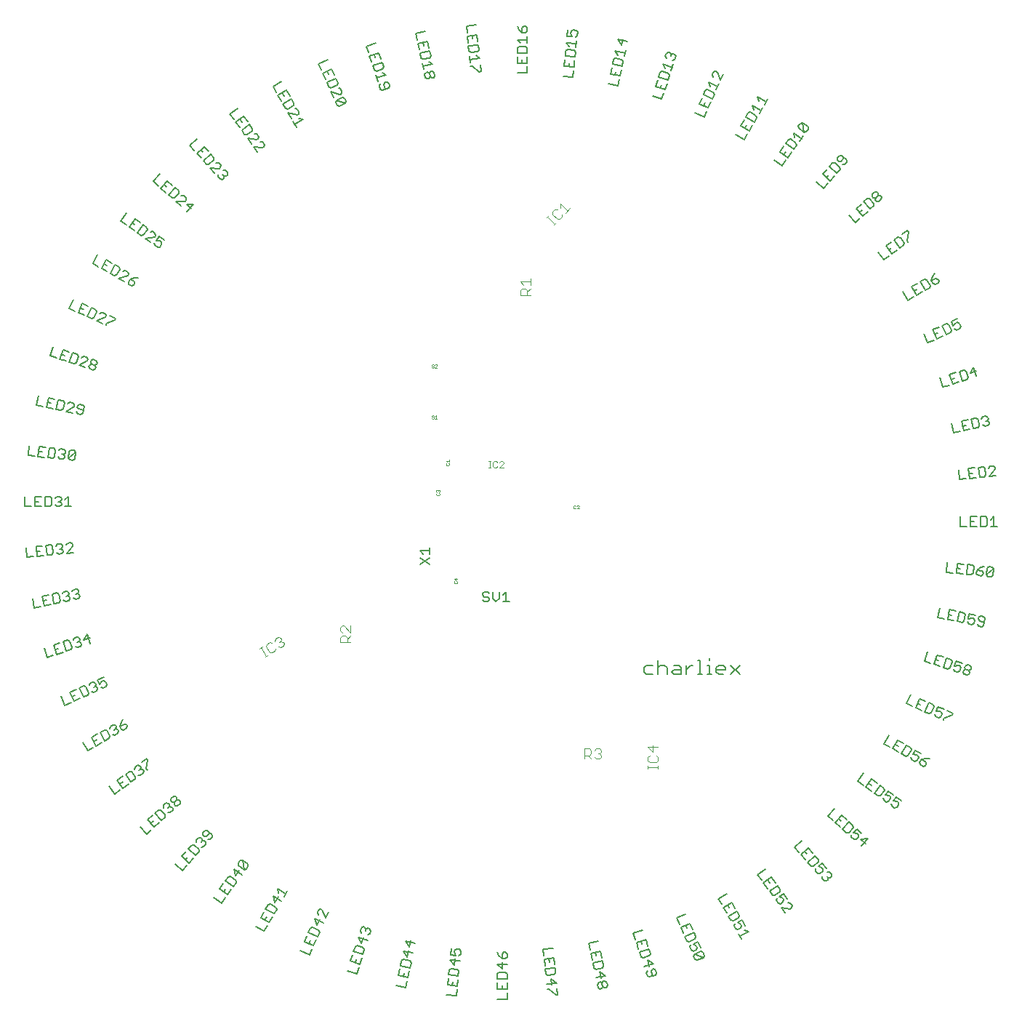
<source format=gto>
G75*
%MOIN*%
%OFA0B0*%
%FSLAX24Y24*%
%IPPOS*%
%LPD*%
%AMOC8*
5,1,8,0,0,1.08239X$1,22.5*
%
%ADD10C,0.0060*%
%ADD11C,0.0030*%
%ADD12C,0.0040*%
%ADD13C,0.0050*%
%ADD14C,0.0010*%
D10*
X031930Y018037D02*
X032037Y017930D01*
X032357Y017930D01*
X032575Y017930D02*
X032575Y018571D01*
X032681Y018357D02*
X032895Y018357D01*
X033002Y018250D01*
X033002Y017930D01*
X033219Y018037D02*
X033326Y018144D01*
X033646Y018144D01*
X033646Y018250D02*
X033646Y017930D01*
X033326Y017930D01*
X033219Y018037D01*
X033326Y018357D02*
X033539Y018357D01*
X033646Y018250D01*
X033864Y018144D02*
X034077Y018357D01*
X034184Y018357D01*
X034401Y018571D02*
X034508Y018571D01*
X034508Y017930D01*
X034614Y017930D02*
X034401Y017930D01*
X034830Y017930D02*
X035044Y017930D01*
X034937Y017930D02*
X034937Y018357D01*
X034830Y018357D01*
X034937Y018571D02*
X034937Y018677D01*
X035260Y018250D02*
X035367Y018357D01*
X035580Y018357D01*
X035687Y018250D01*
X035687Y018144D01*
X035260Y018144D01*
X035260Y018250D02*
X035260Y018037D01*
X035367Y017930D01*
X035580Y017930D01*
X035905Y017930D02*
X036332Y018357D01*
X035905Y018357D02*
X036332Y017930D01*
X033864Y017930D02*
X033864Y018357D01*
X032681Y018357D02*
X032575Y018250D01*
X032357Y018357D02*
X032037Y018357D01*
X031930Y018250D01*
X031930Y018037D01*
D11*
X025510Y027415D02*
X025316Y027415D01*
X025510Y027608D01*
X025510Y027657D01*
X025461Y027705D01*
X025364Y027705D01*
X025316Y027657D01*
X025215Y027657D02*
X025167Y027705D01*
X025070Y027705D01*
X025021Y027657D01*
X025021Y027463D01*
X025070Y027415D01*
X025167Y027415D01*
X025215Y027463D01*
X024922Y027415D02*
X024825Y027415D01*
X024873Y027415D02*
X024873Y027705D01*
X024825Y027705D02*
X024922Y027705D01*
D12*
X018482Y020165D02*
X018482Y019858D01*
X018175Y020165D01*
X018098Y020165D01*
X018022Y020088D01*
X018022Y019934D01*
X018098Y019858D01*
X018098Y019704D02*
X018252Y019704D01*
X018329Y019627D01*
X018329Y019397D01*
X018482Y019397D02*
X018022Y019397D01*
X018022Y019627D01*
X018098Y019704D01*
X018329Y019551D02*
X018482Y019704D01*
X015435Y019361D02*
X015410Y019255D01*
X015280Y019174D01*
X015174Y019199D01*
X015044Y019119D02*
X015019Y019013D01*
X014888Y018932D01*
X014782Y018957D01*
X014621Y019219D01*
X014646Y019324D01*
X014777Y019405D01*
X014882Y019380D01*
X015013Y019460D02*
X015038Y019566D01*
X015168Y019647D01*
X015274Y019622D01*
X015314Y019556D01*
X015289Y019451D01*
X015395Y019426D01*
X015435Y019361D01*
X015289Y019451D02*
X015224Y019411D01*
X014450Y019203D02*
X014320Y019123D01*
X014385Y019163D02*
X014627Y018771D01*
X014562Y018731D02*
X014692Y018811D01*
X029220Y014530D02*
X029220Y014070D01*
X029220Y014223D02*
X029450Y014223D01*
X029527Y014300D01*
X029527Y014454D01*
X029450Y014530D01*
X029220Y014530D01*
X029373Y014223D02*
X029527Y014070D01*
X029680Y014147D02*
X029757Y014070D01*
X029911Y014070D01*
X029987Y014147D01*
X029987Y014223D01*
X029911Y014300D01*
X029834Y014300D01*
X029911Y014300D02*
X029987Y014377D01*
X029987Y014454D01*
X029911Y014530D01*
X029757Y014530D01*
X029680Y014454D01*
X032120Y014603D02*
X032350Y014372D01*
X032350Y014679D01*
X032580Y014603D02*
X032120Y014603D01*
X032196Y014219D02*
X032120Y014142D01*
X032120Y013989D01*
X032196Y013912D01*
X032503Y013912D01*
X032580Y013989D01*
X032580Y014142D01*
X032503Y014219D01*
X032580Y013759D02*
X032580Y013605D01*
X032580Y013682D02*
X032120Y013682D01*
X032120Y013605D02*
X032120Y013759D01*
X026730Y035320D02*
X026270Y035320D01*
X026270Y035550D01*
X026346Y035627D01*
X026500Y035627D01*
X026577Y035550D01*
X026577Y035320D01*
X026577Y035473D02*
X026730Y035627D01*
X026730Y035780D02*
X026730Y036087D01*
X026730Y035934D02*
X026270Y035934D01*
X026423Y035780D01*
X027799Y038536D02*
X027907Y038645D01*
X027853Y038590D02*
X027527Y038916D01*
X027473Y038862D02*
X027582Y038970D01*
X027745Y039024D02*
X027962Y038807D01*
X028070Y038807D01*
X028179Y038916D01*
X028179Y039024D01*
X028341Y039079D02*
X028558Y039296D01*
X028450Y039187D02*
X028124Y039513D01*
X028124Y039296D01*
X027962Y039241D02*
X027853Y039241D01*
X027745Y039133D01*
X027745Y039024D01*
D13*
X010438Y009252D02*
X010772Y008950D01*
X010973Y009173D01*
X011080Y009292D02*
X010746Y009594D01*
X010947Y009817D01*
X011054Y009936D02*
X011204Y010103D01*
X011310Y010109D01*
X011534Y009908D01*
X011539Y009802D01*
X011388Y009634D01*
X011054Y009936D01*
X011013Y009555D02*
X010913Y009443D01*
X011080Y009292D02*
X011281Y009515D01*
X011641Y010027D02*
X011747Y010032D01*
X011847Y010144D01*
X011842Y010250D01*
X011786Y010300D01*
X011680Y010295D01*
X011630Y010239D01*
X011680Y010295D02*
X011674Y010401D01*
X011618Y010451D01*
X011512Y010445D01*
X011412Y010334D01*
X011418Y010228D01*
X011726Y010570D02*
X011781Y010520D01*
X011887Y010525D01*
X012038Y010693D01*
X011927Y010793D02*
X011820Y010787D01*
X011720Y010676D01*
X011726Y010570D01*
X011927Y010793D02*
X012150Y010592D01*
X012155Y010486D01*
X012055Y010374D01*
X011949Y010369D01*
X013337Y009274D02*
X013425Y009396D01*
X013530Y009412D01*
X013596Y008993D01*
X013701Y009010D01*
X013789Y009131D01*
X013773Y009236D01*
X013530Y009412D01*
X013337Y009274D02*
X013353Y009169D01*
X013596Y008993D01*
X013381Y008952D02*
X013204Y008709D01*
X013154Y009023D01*
X013519Y008759D01*
X013232Y008491D02*
X012989Y008667D01*
X012884Y008651D01*
X012751Y008469D01*
X013116Y008204D01*
X013248Y008386D01*
X013232Y008491D01*
X013022Y008074D02*
X012845Y007831D01*
X012481Y008096D01*
X012657Y008339D01*
X012751Y008085D02*
X012663Y007964D01*
X012751Y007702D02*
X012575Y007459D01*
X012210Y007724D01*
X014133Y006390D02*
X014523Y006164D01*
X014673Y006424D01*
X014753Y006563D02*
X014903Y006823D01*
X014983Y006962D02*
X015096Y007157D01*
X015068Y007259D01*
X014808Y007409D01*
X014706Y007382D01*
X014593Y007187D01*
X014983Y006962D01*
X014633Y006806D02*
X014558Y006676D01*
X014363Y006788D02*
X014753Y006563D01*
X014363Y006788D02*
X014513Y007048D01*
X015019Y007473D02*
X015169Y007733D01*
X015184Y007909D02*
X015129Y008114D01*
X015519Y007889D01*
X015444Y007759D02*
X015594Y008019D01*
X015326Y007556D02*
X014936Y007781D01*
X015019Y007473D01*
X016838Y006731D02*
X016952Y006434D01*
X017074Y006708D01*
X017002Y006916D02*
X016964Y007015D01*
X017025Y007152D01*
X017124Y007190D01*
X017193Y007159D01*
X017345Y006763D01*
X017467Y007037D01*
X017249Y006548D02*
X016838Y006731D01*
X016750Y006349D02*
X016651Y006311D01*
X016559Y006105D01*
X016970Y005922D01*
X017062Y006127D01*
X017024Y006227D01*
X016750Y006349D01*
X016494Y005959D02*
X016372Y005684D01*
X016783Y005501D01*
X016905Y005775D01*
X016639Y005730D02*
X016577Y005593D01*
X016718Y005355D02*
X016596Y005081D01*
X016185Y005264D01*
X018343Y004358D02*
X018771Y004219D01*
X018864Y004505D01*
X018913Y004657D02*
X019006Y004943D01*
X019055Y005095D02*
X019125Y005309D01*
X019077Y005404D01*
X018791Y005497D01*
X018697Y005448D01*
X018627Y005234D01*
X019055Y005095D01*
X018745Y004870D02*
X018699Y004727D01*
X018485Y004796D02*
X018913Y004657D01*
X018485Y004796D02*
X018578Y005082D01*
X018984Y005602D02*
X019076Y005888D01*
X018983Y006087D02*
X018935Y006181D01*
X018981Y006324D01*
X019076Y006372D01*
X019147Y006349D01*
X019195Y006255D01*
X019290Y006303D01*
X019361Y006280D01*
X019410Y006185D01*
X019363Y006042D01*
X019269Y005994D01*
X019172Y006183D02*
X019195Y006255D01*
X018839Y005886D02*
X018984Y005602D01*
X019267Y005747D02*
X018839Y005886D01*
X020917Y005255D02*
X021091Y004988D01*
X021153Y005282D01*
X021187Y005438D02*
X021249Y005732D01*
X021454Y005612D02*
X021013Y005705D01*
X021187Y005438D01*
X021358Y005161D02*
X020917Y005255D01*
X020911Y004863D02*
X020822Y004805D01*
X020775Y004584D01*
X021215Y004491D01*
X021262Y004711D01*
X021204Y004800D01*
X020911Y004863D01*
X020742Y004428D02*
X020679Y004134D01*
X021120Y004040D01*
X021182Y004334D01*
X020931Y004234D02*
X020899Y004087D01*
X021086Y003884D02*
X021024Y003590D01*
X020583Y003684D01*
X022882Y003247D02*
X023330Y003200D01*
X023362Y003499D01*
X023379Y003658D02*
X022931Y003705D01*
X022962Y004003D01*
X022979Y004163D02*
X023002Y004387D01*
X023085Y004454D01*
X023383Y004422D01*
X023450Y004340D01*
X023427Y004116D01*
X022979Y004163D01*
X023170Y003831D02*
X023155Y003681D01*
X023379Y003658D02*
X023410Y003956D01*
X023251Y004597D02*
X023282Y004896D01*
X023299Y005055D02*
X023240Y005212D01*
X023248Y005287D01*
X023330Y005354D01*
X023480Y005338D01*
X023546Y005255D01*
X023531Y005106D01*
X023448Y005039D01*
X023299Y005055D02*
X023075Y005078D01*
X023106Y005377D01*
X023050Y004845D02*
X023251Y004597D01*
X023498Y004798D02*
X023050Y004845D01*
X025215Y004659D02*
X025440Y004434D01*
X025440Y004734D01*
X025440Y004895D02*
X025440Y005120D01*
X025515Y005195D01*
X025590Y005195D01*
X025665Y005120D01*
X025665Y004970D01*
X025590Y004895D01*
X025440Y004895D01*
X025290Y005045D01*
X025215Y005195D01*
X025215Y004659D02*
X025665Y004659D01*
X025590Y004274D02*
X025290Y004274D01*
X025215Y004199D01*
X025215Y003974D01*
X025665Y003974D01*
X025665Y004199D01*
X025590Y004274D01*
X025665Y003814D02*
X025665Y003513D01*
X025215Y003513D01*
X025215Y003814D01*
X025440Y003663D02*
X025440Y003513D01*
X025665Y003353D02*
X025665Y003053D01*
X025215Y003053D01*
X027512Y003512D02*
X027586Y003520D01*
X027916Y003253D01*
X027991Y003260D01*
X027960Y003559D01*
X027935Y003793D02*
X027688Y003993D01*
X027719Y003695D01*
X027487Y003746D02*
X027935Y003793D01*
X027820Y004168D02*
X027522Y004137D01*
X027439Y004204D01*
X027416Y004428D01*
X027863Y004475D01*
X027887Y004251D01*
X027820Y004168D01*
X027847Y004634D02*
X027815Y004933D01*
X027367Y004886D01*
X027399Y004587D01*
X027607Y004760D02*
X027591Y004909D01*
X027351Y005045D02*
X027319Y005343D01*
X027767Y005390D01*
X029408Y005602D02*
X029470Y005308D01*
X029504Y005151D02*
X029566Y004858D01*
X029599Y004701D02*
X029646Y004481D01*
X029735Y004423D01*
X030029Y004485D01*
X030087Y004574D01*
X030040Y004795D01*
X029599Y004701D01*
X029755Y005051D02*
X029724Y005198D01*
X029944Y005245D02*
X029504Y005151D01*
X029944Y005245D02*
X030007Y004951D01*
X029915Y004297D02*
X029978Y004004D01*
X030085Y003863D02*
X030158Y003878D01*
X030247Y003821D01*
X030278Y003674D01*
X030220Y003585D01*
X030147Y003569D01*
X030058Y003627D01*
X030027Y003774D01*
X030085Y003863D01*
X030027Y003774D02*
X029938Y003832D01*
X029864Y003816D01*
X029806Y003727D01*
X029838Y003580D01*
X029927Y003522D01*
X030000Y003538D01*
X030058Y003627D01*
X030182Y004124D02*
X029915Y004297D01*
X029742Y004030D02*
X030182Y004124D01*
X029849Y005695D02*
X029408Y005602D01*
X031458Y006077D02*
X031551Y005791D01*
X031601Y005639D02*
X031693Y005353D01*
X031743Y005201D02*
X031812Y004987D01*
X031907Y004939D01*
X032193Y005031D01*
X032241Y005126D01*
X032171Y005340D01*
X031743Y005201D01*
X031861Y005566D02*
X031815Y005708D01*
X031601Y005639D02*
X032029Y005778D01*
X032122Y005493D01*
X032099Y004833D02*
X032192Y004547D01*
X032313Y004418D02*
X032265Y004324D01*
X032334Y004109D01*
X032191Y004063D02*
X032477Y004156D01*
X032525Y004250D01*
X032479Y004393D01*
X032384Y004441D01*
X032313Y004418D01*
X032099Y004349D02*
X032051Y004254D01*
X032097Y004111D01*
X032191Y004063D01*
X031955Y004549D02*
X032383Y004688D01*
X032099Y004833D01*
X031887Y006216D02*
X031458Y006077D01*
X033448Y006764D02*
X033570Y006489D01*
X033635Y006343D02*
X033757Y006069D01*
X033822Y005922D02*
X033914Y005717D01*
X034013Y005679D01*
X034287Y005801D01*
X034325Y005900D01*
X034234Y006106D01*
X033822Y005922D01*
X033902Y006297D02*
X033841Y006435D01*
X034046Y006526D02*
X033635Y006343D01*
X034046Y006526D02*
X034168Y006252D01*
X034421Y005685D02*
X034215Y005593D01*
X034345Y005487D01*
X034375Y005418D01*
X034337Y005319D01*
X034200Y005258D01*
X034101Y005296D01*
X034040Y005433D01*
X034078Y005532D01*
X034421Y005685D02*
X034543Y005411D01*
X034540Y005234D02*
X034639Y005196D01*
X034700Y005059D01*
X034662Y004960D01*
X034265Y005112D01*
X034227Y005013D01*
X034288Y004876D01*
X034387Y004837D01*
X034662Y004960D01*
X034540Y005234D02*
X034265Y005112D01*
X033448Y006764D02*
X033859Y006947D01*
X035354Y007655D02*
X035504Y007395D01*
X035585Y007256D02*
X035735Y006996D01*
X035815Y006857D02*
X035927Y006662D01*
X036030Y006635D01*
X036290Y006785D01*
X036317Y006887D01*
X036205Y007082D01*
X035815Y006857D01*
X035855Y007239D02*
X035780Y007369D01*
X035975Y007481D02*
X035585Y007256D01*
X035975Y007481D02*
X036125Y007221D01*
X035744Y007880D02*
X035354Y007655D01*
X036110Y006496D02*
X036082Y006394D01*
X036157Y006263D01*
X036260Y006236D01*
X036390Y006311D01*
X036418Y006414D01*
X036380Y006479D01*
X036240Y006571D01*
X036435Y006684D01*
X036585Y006424D01*
X036535Y006210D02*
X036740Y006155D01*
X036350Y005930D01*
X036275Y006060D02*
X036425Y005800D01*
X038240Y007250D02*
X038659Y007184D01*
X038720Y007228D01*
X038737Y007333D01*
X038648Y007454D01*
X038543Y007471D01*
X038510Y007645D02*
X038334Y007887D01*
X038151Y007755D01*
X038300Y007678D01*
X038345Y007617D01*
X038328Y007512D01*
X038206Y007424D01*
X038102Y007441D01*
X038013Y007562D01*
X038030Y007667D01*
X037936Y007796D02*
X038179Y007973D01*
X038195Y008078D01*
X038063Y008260D01*
X037699Y007995D01*
X037831Y007813D01*
X037936Y007796D01*
X037605Y008125D02*
X037428Y008368D01*
X037792Y008632D01*
X037969Y008389D01*
X037698Y008379D02*
X037610Y008500D01*
X037334Y008497D02*
X037157Y008740D01*
X037522Y009005D01*
X038837Y010008D02*
X039038Y009785D01*
X039145Y009666D02*
X039346Y009443D01*
X039453Y009324D02*
X039604Y009156D01*
X039710Y009151D01*
X039933Y009352D01*
X039939Y009458D01*
X039788Y009625D01*
X039453Y009324D01*
X039413Y009705D02*
X039313Y009817D01*
X039480Y009967D02*
X039145Y009666D01*
X039480Y009967D02*
X039681Y009744D01*
X040096Y009283D02*
X039929Y009132D01*
X040085Y009071D01*
X040135Y009015D01*
X040130Y008909D01*
X040018Y008809D01*
X039912Y008814D01*
X039812Y008926D01*
X039817Y009032D01*
X040096Y009283D02*
X040297Y009060D01*
X040348Y008891D02*
X040454Y008885D01*
X040555Y008774D01*
X040549Y008668D01*
X040493Y008617D01*
X040387Y008623D01*
X040382Y008517D01*
X040326Y008467D01*
X040220Y008472D01*
X040120Y008584D01*
X040125Y008690D01*
X040337Y008679D02*
X040387Y008623D01*
X039172Y010309D02*
X038837Y010008D01*
X040375Y011445D02*
X040598Y011244D01*
X040717Y011137D02*
X040940Y010936D01*
X041059Y010829D02*
X041227Y010678D01*
X041333Y010683D01*
X041534Y010907D01*
X041528Y011013D01*
X041361Y011163D01*
X041059Y010829D01*
X040980Y011204D02*
X040868Y011304D01*
X041019Y011471D02*
X040717Y011137D01*
X041019Y011471D02*
X041242Y011270D01*
X041703Y010855D02*
X041552Y010688D01*
X041714Y010643D01*
X041770Y010593D01*
X041775Y010487D01*
X041675Y010375D01*
X041569Y010370D01*
X041457Y010470D01*
X041452Y010576D01*
X041703Y010855D02*
X041926Y010654D01*
X041894Y010380D02*
X042118Y010179D01*
X042212Y010396D02*
X041894Y010380D01*
X041911Y010062D02*
X042212Y010396D01*
X043305Y011908D02*
X043427Y011819D01*
X043532Y011836D01*
X043620Y011957D01*
X043603Y012062D01*
X043542Y012106D01*
X043377Y012134D01*
X043509Y012316D01*
X043752Y012140D01*
X043380Y012410D02*
X043137Y012587D01*
X043004Y012405D01*
X043170Y012377D01*
X043231Y012333D01*
X043247Y012228D01*
X043159Y012107D01*
X043054Y012090D01*
X042933Y012178D01*
X042916Y012283D01*
X042787Y012377D02*
X042682Y012361D01*
X042500Y012493D01*
X042764Y012857D01*
X042946Y012725D01*
X042963Y012620D01*
X042787Y012377D01*
X042370Y012587D02*
X042127Y012764D01*
X042392Y013128D01*
X042635Y012951D01*
X042381Y012858D02*
X042259Y012946D01*
X041998Y012858D02*
X041755Y013034D01*
X042019Y013399D01*
X042960Y014759D02*
X043220Y014609D01*
X043359Y014529D02*
X043619Y014379D01*
X043758Y014299D02*
X043953Y014186D01*
X044055Y014214D01*
X044205Y014474D01*
X044178Y014576D01*
X043983Y014689D01*
X043758Y014299D01*
X043602Y014649D02*
X043472Y014724D01*
X043584Y014919D02*
X043359Y014529D01*
X043584Y014919D02*
X043844Y014769D01*
X044382Y014459D02*
X044269Y014264D01*
X044437Y014254D01*
X044502Y014216D01*
X044529Y014114D01*
X044454Y013984D01*
X044352Y013956D01*
X044221Y014031D01*
X044194Y014134D01*
X044382Y014459D02*
X044642Y014309D01*
X044668Y014033D02*
X044863Y013921D01*
X044890Y013818D01*
X044853Y013753D01*
X044750Y013726D01*
X044620Y013801D01*
X044593Y013903D01*
X044668Y014033D01*
X044873Y014088D01*
X045040Y014078D01*
X045662Y015852D02*
X045692Y015920D01*
X046088Y016073D01*
X046119Y016141D01*
X045845Y016263D01*
X045698Y016328D02*
X045424Y016450D01*
X045333Y016245D01*
X045500Y016252D01*
X045569Y016222D01*
X045607Y016123D01*
X045546Y015985D01*
X045447Y015947D01*
X045309Y016009D01*
X045271Y016108D01*
X045125Y016173D02*
X045247Y016447D01*
X045209Y016546D01*
X045004Y016638D01*
X044820Y016226D01*
X045026Y016135D01*
X045125Y016173D01*
X044674Y016291D02*
X044400Y016414D01*
X044583Y016825D01*
X044857Y016703D01*
X044628Y016558D02*
X044491Y016619D01*
X044253Y016479D02*
X043979Y016601D01*
X044162Y017012D01*
X044800Y018539D02*
X045085Y018446D01*
X045238Y018397D02*
X045377Y018825D01*
X045662Y018732D01*
X045815Y018683D02*
X046029Y018613D01*
X046077Y018518D01*
X045984Y018233D01*
X045890Y018185D01*
X045676Y018254D01*
X045815Y018683D01*
X045450Y018564D02*
X045307Y018611D01*
X045238Y018397D02*
X045523Y018304D01*
X046137Y018183D02*
X046185Y018089D01*
X046328Y018042D01*
X046422Y018091D01*
X046469Y018233D01*
X046420Y018328D01*
X046349Y018351D01*
X046183Y018326D01*
X046253Y018540D01*
X046538Y018448D01*
X046667Y018327D02*
X046644Y018255D01*
X046692Y018161D01*
X046835Y018114D01*
X046883Y018020D01*
X046860Y017948D01*
X046765Y017900D01*
X046623Y017947D01*
X046575Y018041D01*
X046598Y018113D01*
X046692Y018161D01*
X046835Y018114D02*
X046930Y018163D01*
X046953Y018234D01*
X046905Y018328D01*
X046762Y018375D01*
X046667Y018327D01*
X044939Y018967D02*
X044800Y018539D01*
X045414Y020552D02*
X045707Y020490D01*
X045864Y020456D02*
X046158Y020394D01*
X046314Y020361D02*
X046408Y020801D01*
X046628Y020754D01*
X046686Y020665D01*
X046623Y020372D01*
X046534Y020314D01*
X046314Y020361D01*
X046058Y020645D02*
X045911Y020677D01*
X045958Y020897D02*
X045864Y020456D01*
X045958Y020897D02*
X046251Y020834D01*
X046858Y020705D02*
X046811Y020485D01*
X046974Y020527D01*
X047047Y020512D01*
X047105Y020423D01*
X047074Y020276D01*
X046985Y020218D01*
X046838Y020249D01*
X046780Y020338D01*
X046858Y020705D02*
X047152Y020643D01*
X047293Y020536D02*
X047277Y020463D01*
X047335Y020374D01*
X047555Y020327D01*
X047587Y020474D02*
X047529Y020563D01*
X047382Y020594D01*
X047293Y020536D01*
X047230Y020243D02*
X047288Y020153D01*
X047435Y020122D01*
X047524Y020180D01*
X047587Y020474D01*
X047720Y022418D02*
X047653Y022500D01*
X047983Y022768D01*
X047951Y022469D01*
X047869Y022402D01*
X047720Y022418D01*
X047653Y022500D02*
X047684Y022799D01*
X047767Y022866D01*
X047916Y022850D01*
X047983Y022768D01*
X047533Y022890D02*
X047376Y022831D01*
X047211Y022698D01*
X047434Y022674D01*
X047501Y022592D01*
X047493Y022517D01*
X047411Y022450D01*
X047262Y022466D01*
X047195Y022549D01*
X047211Y022698D01*
X047036Y022565D02*
X047067Y022864D01*
X047000Y022946D01*
X046776Y022970D01*
X046729Y022522D01*
X046953Y022498D01*
X047036Y022565D01*
X046570Y022539D02*
X046271Y022570D01*
X046318Y023018D01*
X046617Y022987D01*
X046444Y022778D02*
X046295Y022794D01*
X046112Y022587D02*
X045813Y022618D01*
X045860Y023066D01*
X046455Y024715D02*
X046756Y024715D01*
X046916Y024715D02*
X047216Y024715D01*
X047376Y024715D02*
X047601Y024715D01*
X047677Y024790D01*
X047677Y025090D01*
X047601Y025165D01*
X047376Y025165D01*
X047376Y024715D01*
X047066Y024940D02*
X046916Y024940D01*
X046916Y025165D02*
X046916Y024715D01*
X046916Y025165D02*
X047216Y025165D01*
X047837Y025015D02*
X047987Y025165D01*
X047987Y024715D01*
X047837Y024715D02*
X048137Y024715D01*
X046455Y024715D02*
X046455Y025165D01*
X046414Y026867D02*
X046713Y026899D01*
X046872Y026916D02*
X047171Y026947D01*
X047330Y026964D02*
X047283Y027412D01*
X047507Y027435D01*
X047590Y027368D01*
X047621Y027070D01*
X047554Y026987D01*
X047330Y026964D01*
X046998Y027155D02*
X046849Y027139D01*
X046872Y026916D02*
X046825Y027363D01*
X047124Y027395D01*
X046367Y027315D02*
X046414Y026867D01*
X047788Y027012D02*
X048055Y027342D01*
X048047Y027416D01*
X047965Y027483D01*
X047816Y027468D01*
X047749Y027385D01*
X047788Y027012D02*
X048087Y027043D01*
X047573Y029306D02*
X047484Y029364D01*
X047573Y029306D02*
X047720Y029338D01*
X047778Y029427D01*
X047762Y029500D01*
X047673Y029558D01*
X047600Y029542D01*
X047673Y029558D02*
X047731Y029647D01*
X047715Y029720D01*
X047626Y029778D01*
X047479Y029747D01*
X047422Y029658D01*
X047265Y029625D02*
X047176Y029682D01*
X046956Y029636D01*
X047049Y029195D01*
X047270Y029242D01*
X047327Y029331D01*
X047265Y029625D01*
X046799Y029602D02*
X046505Y029540D01*
X046599Y029099D01*
X046893Y029162D01*
X046699Y029351D02*
X046552Y029320D01*
X046442Y029066D02*
X046149Y029004D01*
X046055Y029444D01*
X045661Y031101D02*
X045947Y031193D01*
X046099Y031243D02*
X046385Y031336D01*
X046537Y031385D02*
X046751Y031455D01*
X046799Y031549D01*
X046706Y031835D01*
X046612Y031883D01*
X046398Y031813D01*
X046537Y031385D01*
X046172Y031503D02*
X046029Y031457D01*
X045960Y031671D02*
X046099Y031243D01*
X045960Y031671D02*
X046245Y031764D01*
X046905Y031741D02*
X047050Y032025D01*
X047189Y031597D01*
X047191Y031834D02*
X046905Y031741D01*
X045661Y031101D02*
X045522Y031529D01*
X044957Y033135D02*
X045231Y033257D01*
X045378Y033322D02*
X045652Y033444D01*
X045798Y033509D02*
X045615Y033921D01*
X045821Y034012D01*
X045920Y033974D01*
X046042Y033700D01*
X046004Y033601D01*
X045798Y033509D01*
X045423Y033589D02*
X045286Y033528D01*
X045194Y033734D02*
X045378Y033322D01*
X045194Y033734D02*
X045469Y033856D01*
X046036Y034108D02*
X046127Y033902D01*
X046234Y034032D01*
X046302Y034063D01*
X046401Y034025D01*
X046463Y033887D01*
X046424Y033788D01*
X046287Y033727D01*
X046188Y033765D01*
X046036Y034108D02*
X046310Y034230D01*
X044774Y033546D02*
X044957Y033135D01*
X044044Y035085D02*
X044304Y035235D01*
X044443Y035315D02*
X044703Y035465D01*
X044841Y035545D02*
X045037Y035657D01*
X045064Y035760D01*
X044914Y036020D01*
X044811Y036048D01*
X044616Y035935D01*
X044841Y035545D01*
X044460Y035585D02*
X044330Y035510D01*
X044218Y035705D02*
X044443Y035315D01*
X044218Y035705D02*
X044478Y035855D01*
X045128Y035970D02*
X045323Y036083D01*
X045425Y036055D01*
X045463Y035990D01*
X045435Y035888D01*
X045305Y035813D01*
X045203Y035840D01*
X045128Y035970D01*
X045183Y036175D01*
X045275Y036315D01*
X043819Y035475D02*
X044044Y035085D01*
X042932Y036928D02*
X043175Y037105D01*
X043305Y037199D02*
X043040Y037563D01*
X043283Y037739D01*
X043413Y037834D02*
X043595Y037966D01*
X043700Y037949D01*
X043876Y037706D01*
X043859Y037602D01*
X043677Y037469D01*
X043413Y037834D01*
X043294Y037469D02*
X043172Y037381D01*
X043305Y037199D02*
X043548Y037375D01*
X044050Y037740D02*
X044006Y037801D01*
X044072Y038220D01*
X044028Y038281D01*
X043785Y038104D01*
X042668Y037292D02*
X042932Y036928D01*
X041634Y038645D02*
X041857Y038846D01*
X041976Y038953D02*
X042199Y039154D01*
X042318Y039261D02*
X042017Y039596D01*
X042184Y039747D01*
X042290Y039741D01*
X042491Y039518D01*
X042486Y039412D01*
X042318Y039261D01*
X041937Y039221D02*
X041826Y039121D01*
X041675Y039288D02*
X041976Y038953D01*
X041675Y039288D02*
X041898Y039489D01*
X042409Y039848D02*
X042460Y039793D01*
X042566Y039787D01*
X042677Y039887D01*
X042783Y039882D01*
X042833Y039826D01*
X042828Y039720D01*
X042716Y039620D01*
X042610Y039625D01*
X042560Y039681D01*
X042566Y039787D01*
X042677Y039887D02*
X042683Y039993D01*
X042632Y040049D01*
X042526Y040055D01*
X042415Y039954D01*
X042409Y039848D01*
X041333Y038980D02*
X041634Y038645D01*
X040163Y040217D02*
X039829Y040519D01*
X040163Y040217D02*
X040364Y040440D01*
X040471Y040559D02*
X040672Y040783D01*
X040779Y040902D02*
X040930Y041069D01*
X040925Y041175D01*
X040701Y041376D01*
X040595Y041370D01*
X040445Y041203D01*
X040779Y040902D01*
X040405Y040822D02*
X040304Y040710D01*
X040137Y040861D02*
X040471Y040559D01*
X040137Y040861D02*
X040338Y041084D01*
X040809Y041495D02*
X040864Y041445D01*
X040970Y041450D01*
X041121Y041618D01*
X041010Y041718D02*
X041233Y041517D01*
X041238Y041411D01*
X041138Y041300D01*
X041032Y041294D01*
X040809Y041495D02*
X040803Y041601D01*
X040904Y041712D01*
X041010Y041718D01*
X039392Y042805D02*
X039287Y042789D01*
X039221Y043208D01*
X039464Y043032D01*
X039481Y042927D01*
X039392Y042805D01*
X039287Y042789D02*
X039045Y042965D01*
X039028Y043070D01*
X039116Y043191D01*
X039221Y043208D01*
X039254Y042615D02*
X039078Y042372D01*
X039166Y042493D02*
X038801Y042758D01*
X038835Y042549D01*
X038680Y042463D02*
X038575Y042446D01*
X038443Y042264D01*
X038807Y042000D01*
X038939Y042182D01*
X038923Y042287D01*
X038680Y042463D01*
X038348Y042135D02*
X038172Y041892D01*
X038536Y041627D01*
X038713Y041870D01*
X038442Y041881D02*
X038354Y041759D01*
X038442Y041498D02*
X038266Y041255D01*
X037901Y041519D01*
X036541Y042460D02*
X036691Y042720D01*
X036771Y042859D02*
X036381Y043084D01*
X036531Y043344D01*
X036611Y043483D02*
X036724Y043678D01*
X036826Y043705D01*
X037086Y043555D01*
X037114Y043453D01*
X037001Y043258D01*
X036611Y043483D01*
X036651Y043102D02*
X036576Y042972D01*
X036771Y042859D02*
X036921Y043119D01*
X037231Y043656D02*
X037381Y043917D01*
X037306Y043786D02*
X036916Y044012D01*
X036971Y043807D01*
X037202Y044205D02*
X037147Y044410D01*
X037537Y044185D01*
X037462Y044055D02*
X037612Y044315D01*
X036541Y042460D02*
X036151Y042686D01*
X034699Y043479D02*
X034821Y043753D01*
X034886Y043900D02*
X034475Y044083D01*
X034597Y044357D01*
X034662Y044504D02*
X034754Y044709D01*
X034853Y044747D01*
X035127Y044625D01*
X035165Y044526D01*
X035074Y044320D01*
X034662Y044504D01*
X034742Y044128D02*
X034681Y043991D01*
X034886Y043900D02*
X035009Y044174D01*
X035261Y044741D02*
X035383Y045015D01*
X035322Y044878D02*
X034911Y045061D01*
X034987Y044863D01*
X035105Y045314D02*
X035067Y045413D01*
X035128Y045550D01*
X035227Y045588D01*
X035296Y045558D01*
X035448Y045162D01*
X035570Y045436D01*
X034699Y043479D02*
X034288Y043662D01*
X032761Y044300D02*
X032854Y044585D01*
X032903Y044738D02*
X032996Y045023D01*
X033046Y045176D02*
X033115Y045390D01*
X033067Y045484D01*
X032782Y045577D01*
X032687Y045529D01*
X032617Y045315D01*
X033046Y045176D01*
X032736Y044950D02*
X032689Y044807D01*
X032903Y044738D02*
X032475Y044877D01*
X032568Y045162D01*
X032902Y045706D02*
X032806Y045895D01*
X033234Y045756D01*
X033188Y045613D02*
X033281Y045899D01*
X033259Y046075D02*
X033353Y046123D01*
X033400Y046265D01*
X033352Y046360D01*
X033280Y046383D01*
X033186Y046335D01*
X033162Y046264D01*
X033186Y046335D02*
X033137Y046430D01*
X033066Y046453D01*
X032972Y046405D01*
X032925Y046262D01*
X032973Y046167D01*
X032333Y044439D02*
X032761Y044300D01*
X030748Y044914D02*
X030810Y045207D01*
X030844Y045364D02*
X030906Y045658D01*
X030939Y045814D02*
X030986Y046034D01*
X030928Y046123D01*
X030635Y046186D01*
X030546Y046128D01*
X030499Y045908D01*
X030939Y045814D01*
X030655Y045558D02*
X030623Y045411D01*
X030403Y045458D02*
X030844Y045364D01*
X030403Y045458D02*
X030466Y045751D01*
X030741Y046327D02*
X030626Y046505D01*
X031066Y046411D01*
X031035Y046265D02*
X031098Y046558D01*
X030911Y046762D02*
X030973Y047055D01*
X031178Y046935D02*
X030737Y047029D01*
X030911Y046762D01*
X030748Y044914D02*
X030307Y045007D01*
X028730Y045771D02*
X028761Y046070D01*
X028778Y046229D02*
X028802Y046453D01*
X028735Y046536D01*
X028436Y046567D01*
X028354Y046500D01*
X028330Y046276D01*
X028778Y046229D01*
X028522Y045944D02*
X028506Y045795D01*
X028282Y045818D02*
X028730Y045771D01*
X028713Y045612D02*
X028682Y045313D01*
X028234Y045360D01*
X028282Y045818D02*
X028313Y046117D01*
X028528Y046718D02*
X028394Y046883D01*
X028842Y046836D01*
X028826Y046687D02*
X028858Y046986D01*
X028800Y047153D02*
X028882Y047220D01*
X028898Y047369D01*
X028831Y047451D01*
X028682Y047467D01*
X028599Y047400D01*
X028591Y047326D01*
X028650Y047168D01*
X028426Y047192D01*
X028458Y047491D01*
X026585Y047412D02*
X026585Y047562D01*
X026510Y047637D01*
X026435Y047637D01*
X026360Y047562D01*
X026360Y047337D01*
X026510Y047337D01*
X026585Y047412D01*
X026585Y047177D02*
X026585Y046876D01*
X026585Y047026D02*
X026135Y047026D01*
X026285Y046876D01*
X026210Y046716D02*
X026135Y046641D01*
X026135Y046416D01*
X026585Y046416D01*
X026585Y046641D01*
X026510Y046716D01*
X026210Y046716D01*
X026135Y046256D02*
X026135Y045955D01*
X026585Y045955D01*
X026585Y046256D01*
X026360Y046106D02*
X026360Y045955D01*
X026585Y045795D02*
X026585Y045495D01*
X026135Y045495D01*
X024470Y045566D02*
X024395Y045558D01*
X024065Y045826D01*
X023990Y045818D01*
X023974Y045977D02*
X023942Y046276D01*
X023958Y046126D02*
X024406Y046173D01*
X024241Y046307D01*
X024299Y046474D02*
X024000Y046443D01*
X023918Y046509D01*
X023894Y046733D01*
X024342Y046781D01*
X024366Y046557D01*
X024299Y046474D01*
X024325Y046940D02*
X024294Y047238D01*
X023846Y047191D01*
X023877Y046893D01*
X024086Y047066D02*
X024070Y047215D01*
X023829Y047351D02*
X023798Y047649D01*
X024246Y047696D01*
X026135Y047637D02*
X026210Y047487D01*
X026360Y047337D01*
X024438Y045865D02*
X024470Y045566D01*
X022354Y045380D02*
X022296Y045291D01*
X022223Y045275D01*
X022134Y045333D01*
X022102Y045480D01*
X022160Y045569D01*
X022234Y045584D01*
X022323Y045526D01*
X022354Y045380D01*
X022134Y045333D02*
X022076Y045244D01*
X022002Y045228D01*
X021913Y045286D01*
X021882Y045433D01*
X021940Y045522D01*
X022013Y045537D01*
X022102Y045480D01*
X021833Y045663D02*
X021771Y045957D01*
X021802Y045810D02*
X022243Y045903D01*
X022065Y046019D01*
X022105Y046191D02*
X022162Y046280D01*
X022116Y046501D01*
X021675Y046407D01*
X021722Y046187D01*
X021811Y046129D01*
X022105Y046191D01*
X022082Y046657D02*
X022020Y046951D01*
X021579Y046857D01*
X021642Y046564D01*
X021831Y046757D02*
X021800Y046904D01*
X021546Y047014D02*
X021484Y047308D01*
X021924Y047401D01*
X020119Y045409D02*
X019691Y045270D01*
X019645Y045412D02*
X019737Y045127D01*
X019858Y044998D02*
X019810Y044903D01*
X019857Y044760D01*
X019951Y044712D01*
X020237Y044805D01*
X020285Y044899D01*
X020238Y045042D01*
X020144Y045090D01*
X020073Y045067D01*
X020024Y044973D01*
X020094Y044759D01*
X020119Y045409D02*
X019930Y045505D01*
X019952Y045681D02*
X020000Y045775D01*
X019931Y045989D01*
X019502Y045850D01*
X019572Y045636D01*
X019667Y045588D01*
X019952Y045681D01*
X019881Y046142D02*
X019788Y046427D01*
X019360Y046288D01*
X019453Y046003D01*
X019621Y046215D02*
X019574Y046358D01*
X019311Y046440D02*
X019218Y046726D01*
X019646Y046865D01*
X017624Y045673D02*
X017213Y045490D01*
X017335Y045216D01*
X017400Y045069D02*
X017491Y044864D01*
X017591Y044826D01*
X017865Y044948D01*
X017903Y045047D01*
X017811Y045253D01*
X017400Y045069D01*
X017479Y045444D02*
X017418Y045582D01*
X017624Y045673D02*
X017746Y045399D01*
X017147Y045636D02*
X017025Y045911D01*
X017437Y046094D01*
X017930Y044802D02*
X018029Y044763D01*
X018090Y044626D01*
X018052Y044527D01*
X017984Y044497D01*
X017587Y044649D01*
X017709Y044375D01*
X017843Y044259D02*
X018239Y044107D01*
X017965Y043984D01*
X017866Y044023D01*
X017805Y044160D01*
X017843Y044259D01*
X018117Y044381D01*
X018216Y044343D01*
X018277Y044206D01*
X018239Y044107D01*
X016316Y043371D02*
X015926Y043146D01*
X015851Y043276D02*
X016001Y043016D01*
X016111Y043426D02*
X016316Y043371D01*
X016096Y043602D02*
X016123Y043705D01*
X016048Y043835D01*
X015946Y043862D01*
X015866Y044001D02*
X015893Y044103D01*
X015780Y044298D01*
X015390Y044073D01*
X015503Y043878D01*
X015606Y043851D01*
X015866Y044001D01*
X015621Y043674D02*
X016031Y043565D01*
X016096Y043602D01*
X015771Y043414D02*
X015621Y043674D01*
X015310Y044212D02*
X015160Y044472D01*
X015550Y044697D01*
X015700Y044437D01*
X015430Y044454D02*
X015355Y044584D01*
X015080Y044611D02*
X014930Y044871D01*
X015320Y045096D01*
X013590Y043510D02*
X013225Y043245D01*
X013402Y043002D01*
X013496Y042872D02*
X013628Y042690D01*
X013733Y042674D01*
X013976Y042850D01*
X013993Y042955D01*
X013860Y043137D01*
X013496Y042872D01*
X013496Y043256D02*
X013408Y043377D01*
X013590Y043510D02*
X013766Y043267D01*
X014070Y042720D02*
X014175Y042704D01*
X014263Y042582D01*
X014247Y042478D01*
X014186Y042433D01*
X013767Y042500D01*
X013943Y042257D01*
X014037Y042127D02*
X014457Y042061D01*
X014517Y042105D01*
X014534Y042210D01*
X014446Y042331D01*
X014341Y042348D01*
X014037Y042127D02*
X014214Y041884D01*
X012839Y040930D02*
X012834Y040824D01*
X012778Y040774D01*
X012672Y040779D01*
X012666Y040673D01*
X012610Y040623D01*
X012504Y040628D01*
X012404Y040740D01*
X012410Y040846D01*
X012247Y040915D02*
X012046Y041138D01*
X012470Y041116D01*
X012526Y041166D01*
X012531Y041272D01*
X012431Y041384D01*
X012325Y041389D01*
X012217Y041508D02*
X012223Y041614D01*
X012072Y041781D01*
X011738Y041480D01*
X011888Y041313D01*
X011994Y041307D01*
X012217Y041508D01*
X011965Y041900D02*
X011764Y042124D01*
X011430Y041822D01*
X011631Y041599D01*
X011697Y041861D02*
X011597Y041973D01*
X011322Y041941D02*
X011122Y042164D01*
X011456Y042466D01*
X012633Y041047D02*
X012739Y041041D01*
X012839Y040930D01*
X012672Y040779D02*
X012622Y040835D01*
X011287Y039479D02*
X010969Y039463D01*
X011193Y039262D01*
X011287Y039479D02*
X010986Y039145D01*
X010700Y039403D02*
X010477Y039604D01*
X010901Y039626D01*
X010951Y039682D01*
X010945Y039788D01*
X010834Y039888D01*
X010728Y039882D01*
X010609Y039990D02*
X010603Y040096D01*
X010436Y040246D01*
X010134Y039912D01*
X010302Y039761D01*
X010408Y039766D01*
X010609Y039990D01*
X010317Y040353D02*
X010094Y040554D01*
X009792Y040220D01*
X010015Y040019D01*
X010055Y040287D02*
X009943Y040387D01*
X009673Y040327D02*
X009450Y040528D01*
X009752Y040862D01*
X008224Y039090D02*
X007959Y038725D01*
X008202Y038549D01*
X008331Y038455D02*
X008596Y038819D01*
X008839Y038643D01*
X008969Y038549D02*
X009151Y038416D01*
X009167Y038311D01*
X008991Y038068D01*
X008886Y038052D01*
X008704Y038184D01*
X008969Y038549D01*
X008585Y038549D02*
X008464Y038637D01*
X008331Y038455D02*
X008574Y038278D01*
X009076Y037914D02*
X009496Y037980D01*
X009540Y038041D01*
X009523Y038146D01*
X009402Y038234D01*
X009297Y038217D01*
X009076Y037914D02*
X009319Y037737D01*
X009493Y037704D02*
X009510Y037599D01*
X009631Y037511D01*
X009736Y037527D01*
X009824Y037649D01*
X009808Y037753D01*
X009747Y037798D01*
X009581Y037825D01*
X009714Y038007D01*
X009956Y037831D01*
X008744Y036096D02*
X008577Y036106D01*
X008372Y036051D01*
X008567Y035939D01*
X008594Y035836D01*
X008557Y035771D01*
X008454Y035744D01*
X008324Y035819D01*
X008297Y035921D01*
X008372Y036051D01*
X008271Y036196D02*
X007861Y036086D01*
X008121Y035936D01*
X008271Y036196D02*
X008308Y036261D01*
X008281Y036364D01*
X008151Y036439D01*
X008048Y036411D01*
X007909Y036492D02*
X007882Y036594D01*
X007687Y036707D01*
X007462Y036317D01*
X007657Y036204D01*
X007759Y036232D01*
X007909Y036492D01*
X007548Y036787D02*
X007288Y036937D01*
X007063Y036547D01*
X007323Y036397D01*
X007306Y036667D02*
X007176Y036742D01*
X006924Y036627D02*
X006664Y036777D01*
X006890Y037167D01*
X005764Y035115D02*
X005581Y034704D01*
X005855Y034582D01*
X006001Y034517D02*
X006275Y034395D01*
X006422Y034330D02*
X006627Y034238D01*
X006727Y034276D01*
X006849Y034550D01*
X006811Y034649D01*
X006605Y034741D01*
X006422Y034330D01*
X006230Y034661D02*
X006093Y034723D01*
X006184Y034928D02*
X006001Y034517D01*
X006184Y034928D02*
X006459Y034806D01*
X006995Y034485D02*
X007094Y034523D01*
X007231Y034462D01*
X007269Y034363D01*
X007239Y034294D01*
X006842Y034142D01*
X007117Y034020D01*
X007263Y033955D02*
X007293Y034024D01*
X007690Y034176D01*
X007720Y034244D01*
X007446Y034366D01*
X006386Y032461D02*
X006243Y032507D01*
X006149Y032459D01*
X005997Y032509D02*
X005904Y032223D01*
X005809Y032175D01*
X005595Y032245D01*
X005734Y032673D01*
X005948Y032603D01*
X005997Y032509D01*
X006386Y032461D02*
X006434Y032366D01*
X006411Y032295D01*
X006033Y032102D01*
X006318Y032010D01*
X006494Y032031D02*
X006517Y032103D01*
X006612Y032151D01*
X006755Y032105D01*
X006803Y032010D01*
X006780Y031939D01*
X006685Y031890D01*
X006542Y031937D01*
X006494Y032031D01*
X006612Y032151D02*
X006564Y032246D01*
X006587Y032317D01*
X006681Y032365D01*
X006824Y032319D01*
X006872Y032224D01*
X006849Y032153D01*
X006755Y032105D01*
X005582Y032722D02*
X005296Y032815D01*
X005157Y032387D01*
X005443Y032294D01*
X005370Y032555D02*
X005227Y032601D01*
X005005Y032436D02*
X004719Y032529D01*
X004858Y032957D01*
X004184Y030717D02*
X004090Y030276D01*
X004384Y030214D01*
X004540Y030180D02*
X004834Y030118D01*
X004991Y030085D02*
X005211Y030038D01*
X005300Y030096D01*
X005363Y030389D01*
X005305Y030478D01*
X005084Y030525D01*
X004991Y030085D01*
X004734Y030369D02*
X004587Y030401D01*
X004634Y030621D02*
X004540Y030180D01*
X004634Y030621D02*
X004928Y030558D01*
X005519Y030356D02*
X005608Y030414D01*
X005755Y030383D01*
X005813Y030294D01*
X005797Y030220D01*
X005441Y029989D01*
X005735Y029926D01*
X005907Y029967D02*
X005965Y029878D01*
X006112Y029846D01*
X006201Y029904D01*
X006263Y030198D01*
X006205Y030287D01*
X006059Y030318D01*
X005970Y030260D01*
X005954Y030187D01*
X006012Y030098D01*
X006232Y030051D01*
X005802Y028201D02*
X005869Y028119D01*
X005539Y027852D01*
X005606Y027769D01*
X005755Y027754D01*
X005838Y027820D01*
X005869Y028119D01*
X005802Y028201D02*
X005653Y028217D01*
X005571Y028150D01*
X005539Y027852D01*
X005380Y027869D02*
X005298Y027802D01*
X005148Y027817D01*
X005081Y027900D01*
X004922Y027917D02*
X004954Y028215D01*
X004887Y028298D01*
X004663Y028321D01*
X004616Y027873D01*
X004840Y027850D01*
X004922Y027917D01*
X005113Y028199D02*
X005195Y028265D01*
X005345Y028250D01*
X005411Y028167D01*
X005404Y028092D01*
X005321Y028026D01*
X005388Y027943D01*
X005380Y027869D01*
X005321Y028026D02*
X005246Y028034D01*
X004503Y028338D02*
X004205Y028369D01*
X004158Y027921D01*
X004456Y027890D01*
X004331Y028130D02*
X004181Y028145D01*
X003999Y027938D02*
X003700Y027970D01*
X003747Y028418D01*
X003553Y026085D02*
X003553Y025635D01*
X003853Y025635D01*
X004013Y025635D02*
X004314Y025635D01*
X004474Y025635D02*
X004699Y025635D01*
X004774Y025710D01*
X004774Y026010D01*
X004699Y026085D01*
X004474Y026085D01*
X004474Y025635D01*
X004163Y025860D02*
X004013Y025860D01*
X004013Y026085D02*
X004013Y025635D01*
X004013Y026085D02*
X004314Y026085D01*
X004934Y026010D02*
X005009Y026085D01*
X005159Y026085D01*
X005234Y026010D01*
X005234Y025935D01*
X005159Y025860D01*
X005234Y025785D01*
X005234Y025710D01*
X005159Y025635D01*
X005009Y025635D01*
X004934Y025710D01*
X005084Y025860D02*
X005159Y025860D01*
X005395Y025935D02*
X005545Y026085D01*
X005545Y025635D01*
X005395Y025635D02*
X005695Y025635D01*
X005659Y023962D02*
X005510Y023946D01*
X005443Y023864D01*
X005284Y023847D02*
X005292Y023772D01*
X005225Y023690D01*
X005307Y023623D01*
X005315Y023548D01*
X005248Y023466D01*
X005099Y023450D01*
X005017Y023517D01*
X004857Y023500D02*
X004826Y023799D01*
X004743Y023866D01*
X004519Y023842D01*
X004567Y023394D01*
X004791Y023418D01*
X004857Y023500D01*
X004985Y023815D02*
X005052Y023898D01*
X005201Y023914D01*
X005284Y023847D01*
X005225Y023690D02*
X005150Y023682D01*
X005482Y023490D02*
X005750Y023820D01*
X005742Y023895D01*
X005659Y023962D01*
X005781Y023522D02*
X005482Y023490D01*
X004407Y023377D02*
X004109Y023346D01*
X004062Y023794D01*
X004360Y023825D01*
X004234Y023586D02*
X004085Y023570D01*
X003949Y023329D02*
X003651Y023298D01*
X003604Y023746D01*
X004799Y021616D02*
X005020Y021662D01*
X005109Y021605D01*
X005171Y021311D01*
X005113Y021222D01*
X004893Y021175D01*
X004799Y021616D01*
X004643Y021582D02*
X004349Y021520D01*
X004443Y021079D01*
X004736Y021142D01*
X004543Y021331D02*
X004396Y021300D01*
X004286Y021046D02*
X003992Y020984D01*
X003899Y021424D01*
X005265Y021638D02*
X005323Y021727D01*
X005470Y021758D01*
X005559Y021700D01*
X005575Y021627D01*
X005517Y021538D01*
X005606Y021480D01*
X005622Y021407D01*
X005564Y021318D01*
X005417Y021286D01*
X005328Y021344D01*
X005443Y021522D02*
X005517Y021538D01*
X005716Y021734D02*
X005774Y021823D01*
X005920Y021854D01*
X006009Y021796D01*
X006025Y021723D01*
X005967Y021634D01*
X006056Y021576D01*
X006072Y021502D01*
X006014Y021413D01*
X005867Y021382D01*
X005778Y021440D01*
X005894Y021618D02*
X005967Y021634D01*
X006401Y019785D02*
X006256Y019501D01*
X006541Y019594D01*
X006401Y019785D02*
X006540Y019357D01*
X006150Y019309D02*
X006102Y019214D01*
X005959Y019168D01*
X005864Y019216D01*
X005712Y019167D02*
X005619Y019452D01*
X005525Y019500D01*
X005311Y019431D01*
X005450Y019002D01*
X005664Y019072D01*
X005712Y019167D01*
X005772Y019502D02*
X005820Y019596D01*
X005963Y019643D01*
X006057Y019594D01*
X006080Y019523D01*
X006032Y019428D01*
X006127Y019380D01*
X006150Y019309D01*
X006032Y019428D02*
X005961Y019405D01*
X005297Y018953D02*
X005012Y018860D01*
X004873Y019288D01*
X005158Y019381D01*
X005085Y019121D02*
X004942Y019074D01*
X004860Y018811D02*
X004574Y018718D01*
X004435Y019146D01*
X005627Y017124D02*
X005810Y016713D01*
X006084Y016835D01*
X006231Y016900D02*
X006047Y017311D01*
X006253Y017403D01*
X006352Y017365D01*
X006474Y017091D01*
X006436Y016991D01*
X006231Y016900D01*
X005856Y016979D02*
X005718Y016918D01*
X005627Y017124D02*
X005901Y017246D01*
X006498Y017430D02*
X006537Y017529D01*
X006674Y017590D01*
X006773Y017552D01*
X006803Y017484D01*
X006765Y017384D01*
X006864Y017346D01*
X006895Y017278D01*
X006857Y017179D01*
X006720Y017118D01*
X006621Y017156D01*
X006697Y017354D02*
X006765Y017384D01*
X006980Y017480D02*
X007087Y017610D01*
X007155Y017640D01*
X007254Y017602D01*
X007315Y017465D01*
X007277Y017366D01*
X007140Y017305D01*
X007041Y017343D01*
X006980Y017480D02*
X006889Y017686D01*
X007163Y017808D01*
X005664Y016647D02*
X005389Y016525D01*
X005206Y016937D01*
X006603Y015050D02*
X006828Y014660D01*
X007088Y014810D01*
X007227Y014890D02*
X007002Y015280D01*
X007197Y015393D01*
X007299Y015366D01*
X007449Y015106D01*
X007422Y015003D01*
X007227Y014890D01*
X006846Y014930D02*
X006716Y014855D01*
X006603Y015050D02*
X006863Y015200D01*
X007438Y015446D02*
X007465Y015548D01*
X007595Y015623D01*
X007698Y015596D01*
X007735Y015531D01*
X007708Y015428D01*
X007810Y015401D01*
X007848Y015336D01*
X007821Y015233D01*
X007691Y015158D01*
X007588Y015186D01*
X007643Y015391D02*
X007708Y015428D01*
X007912Y015546D02*
X007987Y015416D01*
X008089Y015388D01*
X008219Y015463D01*
X008247Y015566D01*
X008209Y015631D01*
X008107Y015658D01*
X007912Y015546D01*
X007967Y015751D01*
X008059Y015891D01*
X006689Y014580D02*
X006429Y014430D01*
X006204Y014820D01*
X007790Y013090D02*
X008055Y012725D01*
X008298Y012902D01*
X008428Y012996D02*
X008610Y013128D01*
X008626Y013233D01*
X008450Y013476D01*
X008345Y013493D01*
X008163Y013360D01*
X008428Y012996D01*
X008044Y012996D02*
X007923Y012908D01*
X007790Y013090D02*
X008033Y013266D01*
X008580Y013570D02*
X008596Y013675D01*
X008718Y013763D01*
X008822Y013747D01*
X008867Y013686D01*
X008850Y013581D01*
X008955Y013565D01*
X008999Y013504D01*
X008982Y013399D01*
X008861Y013311D01*
X008756Y013327D01*
X008789Y013537D02*
X008850Y013581D01*
X009128Y013598D02*
X009173Y013537D01*
X009128Y013598D02*
X009195Y014017D01*
X009151Y014078D01*
X008908Y013902D01*
X007926Y012631D02*
X007683Y012455D01*
X007418Y012819D01*
X008834Y010956D02*
X009136Y010622D01*
X009359Y010822D01*
X009478Y010930D02*
X009176Y011264D01*
X009400Y011465D01*
X009519Y011572D02*
X009686Y011723D01*
X009792Y011717D01*
X009993Y011494D01*
X009987Y011388D01*
X009820Y011238D01*
X009519Y011572D01*
X009439Y011197D02*
X009327Y011097D01*
X009478Y010930D02*
X009701Y011131D01*
X010112Y011602D02*
X010218Y011596D01*
X010329Y011696D01*
X010335Y011802D01*
X010285Y011858D01*
X010179Y011864D01*
X010123Y011814D01*
X010179Y011864D02*
X010184Y011970D01*
X010134Y012026D01*
X010028Y012031D01*
X009916Y011931D01*
X009911Y011825D01*
X010253Y012133D02*
X010303Y012077D01*
X010409Y012071D01*
X010521Y012172D01*
X010627Y012166D01*
X010677Y012110D01*
X010672Y012004D01*
X010560Y011904D01*
X010454Y011910D01*
X010404Y011965D01*
X010409Y012071D01*
X010521Y012172D02*
X010526Y012278D01*
X010476Y012334D01*
X010370Y012339D01*
X010259Y012239D01*
X010253Y012133D01*
X021673Y022990D02*
X022123Y023290D01*
X022123Y023450D02*
X022123Y023751D01*
X022123Y023600D02*
X021673Y023600D01*
X021823Y023450D01*
X021673Y023290D02*
X022123Y022990D01*
X024547Y021639D02*
X024547Y021564D01*
X024622Y021489D01*
X024772Y021489D01*
X024847Y021414D01*
X024847Y021339D01*
X024772Y021264D01*
X024622Y021264D01*
X024547Y021339D01*
X024547Y021639D02*
X024622Y021714D01*
X024772Y021714D01*
X024847Y021639D01*
X025007Y021714D02*
X025007Y021414D01*
X025158Y021264D01*
X025308Y021414D01*
X025308Y021714D01*
X025468Y021564D02*
X025618Y021714D01*
X025618Y021264D01*
X025468Y021264D02*
X025768Y021264D01*
X038240Y007250D02*
X038416Y007007D01*
X040375Y011445D02*
X040677Y011779D01*
X043289Y012013D02*
X043305Y011908D01*
X042960Y014759D02*
X043186Y015149D01*
X045414Y020552D02*
X045507Y020993D01*
X013131Y043374D02*
X012955Y043617D01*
X013319Y043882D01*
D14*
X022237Y032130D02*
X022212Y032105D01*
X022212Y032080D01*
X022237Y032055D01*
X022287Y032055D01*
X022312Y032030D01*
X022312Y032005D01*
X022287Y031980D01*
X022237Y031980D01*
X022212Y032005D01*
X022237Y032130D02*
X022287Y032130D01*
X022312Y032105D01*
X022360Y032105D02*
X022385Y032130D01*
X022435Y032130D01*
X022460Y032105D01*
X022460Y032080D01*
X022360Y031980D01*
X022460Y031980D01*
X022406Y029810D02*
X022406Y029660D01*
X022356Y029660D02*
X022456Y029660D01*
X022356Y029760D02*
X022406Y029810D01*
X022308Y029785D02*
X022283Y029810D01*
X022233Y029810D01*
X022208Y029785D01*
X022208Y029760D01*
X022233Y029735D01*
X022283Y029735D01*
X022308Y029710D01*
X022308Y029685D01*
X022283Y029660D01*
X022233Y029660D01*
X022208Y029685D01*
X022868Y027717D02*
X023018Y027717D01*
X022868Y027717D01*
X022918Y027667D01*
X022868Y027717D01*
X022893Y027620D02*
X022868Y027595D01*
X022868Y027545D01*
X022893Y027520D01*
X022993Y027520D01*
X023018Y027545D01*
X023018Y027595D01*
X022993Y027620D01*
X023018Y027595D01*
X023018Y027545D01*
X022993Y027520D01*
X022893Y027520D01*
X022868Y027545D01*
X022868Y027595D01*
X022893Y027620D01*
X023018Y027667D02*
X023018Y027767D01*
X023018Y027667D01*
X022547Y026387D02*
X022572Y026362D01*
X022572Y026312D01*
X022547Y026287D01*
X022572Y026312D01*
X022572Y026362D01*
X022547Y026387D01*
X022522Y026387D01*
X022497Y026362D01*
X022497Y026337D01*
X022497Y026362D01*
X022472Y026387D01*
X022447Y026387D01*
X022422Y026362D01*
X022422Y026312D01*
X022447Y026287D01*
X022422Y026312D01*
X022422Y026362D01*
X022447Y026387D01*
X022472Y026387D01*
X022497Y026362D01*
X022522Y026387D01*
X022547Y026387D01*
X022547Y026240D02*
X022572Y026215D01*
X022572Y026165D01*
X022547Y026140D01*
X022447Y026140D01*
X022422Y026165D01*
X022422Y026215D01*
X022447Y026240D01*
X022422Y026215D01*
X022422Y026165D01*
X022447Y026140D01*
X022547Y026140D01*
X022572Y026165D01*
X022572Y026215D01*
X022547Y026240D01*
X023307Y022343D02*
X023307Y022243D01*
X023232Y022318D01*
X023382Y022318D01*
X023232Y022318D01*
X023307Y022243D01*
X023307Y022343D01*
X023357Y022195D02*
X023382Y022170D01*
X023382Y022120D01*
X023357Y022095D01*
X023257Y022095D01*
X023232Y022120D01*
X023232Y022170D01*
X023257Y022195D01*
X023232Y022170D01*
X023232Y022120D01*
X023257Y022095D01*
X023357Y022095D01*
X023382Y022120D01*
X023382Y022170D01*
X023357Y022195D01*
X028720Y025557D02*
X028745Y025532D01*
X028795Y025532D01*
X028820Y025557D01*
X028795Y025532D01*
X028745Y025532D01*
X028720Y025557D01*
X028720Y025657D01*
X028745Y025682D01*
X028795Y025682D01*
X028820Y025657D01*
X028795Y025682D01*
X028745Y025682D01*
X028720Y025657D01*
X028720Y025557D01*
X028867Y025532D02*
X028967Y025632D01*
X028967Y025657D01*
X028942Y025682D01*
X028892Y025682D01*
X028867Y025657D01*
X028892Y025682D01*
X028942Y025682D01*
X028967Y025657D01*
X028967Y025632D01*
X028867Y025532D01*
X028967Y025532D01*
X028867Y025532D01*
M02*

</source>
